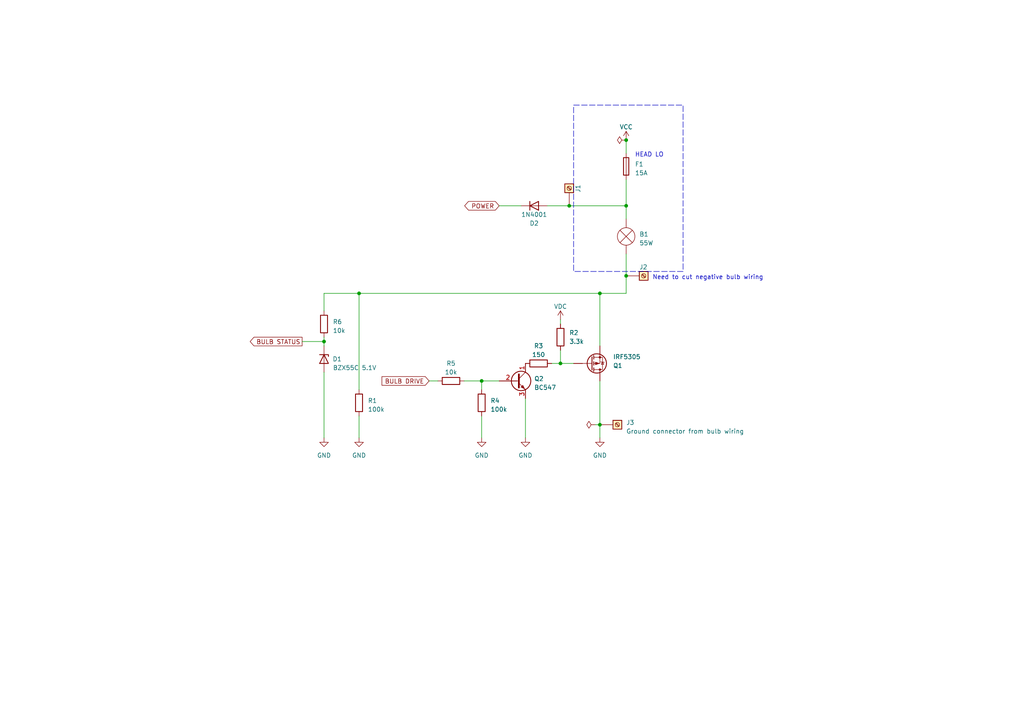
<source format=kicad_sch>
(kicad_sch (version 20230121) (generator eeschema)
  (paper "A4")
  (title_block (title "Power module") (date "2023-03-26"))
  (lib_symbols
    (symbol "Connector:Screw_Terminal_01x01" (pin_numbers hide) (pin_names (offset 1.016) hide)
      (property "Reference" "J" (at 0 2.54 0))
      (property "Value" "Screw_Terminal_01x01" (at 0 -2.54 0))
      (symbol "Screw_Terminal_01x01_1_1"
        (rectangle (start -1.27 1.27) (end 1.27 -1.27) (stroke (width 0.254)) (fill (type background)))
        (polyline (pts (xy -0.5334 0.3302) (xy 0.3302 -0.508)) (stroke (width 0.1524)))
        (polyline (pts (xy -0.3556 0.508) (xy 0.508 -0.3302)) (stroke (width 0.1524)))
        (circle (center 0 0) (radius 0.635) (stroke (width 0.1524)))
        (pin passive line (at -5.08 0 0) (length 3.81) (name "Pin_1") (number "1"))
      )
    )
    (symbol "Device:Fuse" (pin_numbers hide) (pin_names (offset 0))
      (property "Reference" "F" (at 2.032 0 90))
      (property "Value" "Fuse" (at -1.905 0 90))
      (symbol "Fuse_0_1"
        (rectangle (start -0.762 -2.54) (end 0.762 2.54) (stroke (width 0.254)))
        (polyline (pts (xy 0 2.54) (xy 0 -2.54)))
      )
      (symbol "Fuse_1_1"
        (pin passive line (at 0 3.81 270) (length 1.27) (name "~") (number "1"))
        (pin passive line (at 0 -3.81 90) (length 1.27) (name "~") (number "2"))
      )
    )
    (symbol "Device:Lamp" (pin_numbers hide) (pin_names (offset 0.0254) hide)
      (property "Reference" "LA" (at 0.635 3.81 0))
      (property "Value" "Lamp" (at 0.635 -3.81 0))
      (symbol "Lamp_0_1"
        (polyline (pts (xy -1.778 1.778) (xy 1.778 -1.778)))
        (polyline (pts (xy 1.778 1.778) (xy -1.778 -1.778)))
        (circle (center 0 0) (radius 2.54))
      )
      (symbol "Lamp_1_1"
        (pin passive line (at 0 -5.08 90) (length 2.54) (name "-") (number "1"))
        (pin passive line (at 0 5.08 270) (length 2.54) (name "+") (number "2"))
      )
    )
    (symbol "Device:R" (pin_numbers hide) (pin_names (offset 0))
      (property "Reference" "R" (at 2.032 0 90))
      (property "Value" "R" (at 0 0 90))
      (symbol "R_0_1"
        (rectangle (start -1.016 -2.54) (end 1.016 2.54) (stroke (width 0.254)))
      )
      (symbol "R_1_1"
        (pin passive line (at 0 3.81 270) (length 1.27) (name "~") (number "1"))
        (pin passive line (at 0 -3.81 90) (length 1.27) (name "~") (number "2"))
      )
    )
    (symbol "Diode:1N4001" (pin_numbers hide) (pin_names hide)
      (property "Reference" "D" (at 0 2.54 0))
      (property "Value" "1N4001" (at 0 -2.54 0))
      (symbol "1N4001_0_1"
        (polyline (pts (xy -1.27 1.27) (xy -1.27 -1.27)) (stroke (width 0.254)))
        (polyline (pts (xy 1.27 0) (xy -1.27 0)))
        (polyline (pts (xy 1.27 1.27) (xy 1.27 -1.27) (xy -1.27 0) (xy 1.27 1.27)) (stroke (width 0.254)))
      )
      (symbol "1N4001_1_1"
        (pin passive line (at -3.81 0 0) (length 2.54) (name "K") (number "1"))
        (pin passive line (at 3.81 0 180) (length 2.54) (name "A") (number "2"))
      )
    )
    (symbol "Diode:BZX84Cxx" (pin_numbers hide) (pin_names hide)
      (property "Reference" "D" (at 0 3.81 0))
      (property "Value" "BZX84Cxx" (at 0 -3.81 0))
      (symbol "BZX84Cxx_0_1"
        (polyline (pts (xy 1.27 0) (xy -1.27 0)))
        (polyline (pts (xy -1.27 -1.27) (xy -1.27 1.27) (xy -0.762 1.27)) (stroke (width 0.254)))
        (polyline (pts (xy 1.27 -1.27) (xy 1.27 1.27) (xy -1.27 0) (xy 1.27 -1.27)) (stroke (width 0.254)))
      )
      (symbol "BZX84Cxx_1_1"
        (pin passive line (at 3.81 0 180) (length 2.54) (name "A") (number "1"))
        (pin no_connect line (at 1.27 0 180) (length 2.54) hide (name "NC") (number "2"))
        (pin passive line (at -3.81 0 0) (length 2.54) (name "K") (number "3"))
      )
    )
    (symbol "Screw_Terminal_01x01_1" (pin_numbers hide) (pin_names (offset 1.016) hide)
      (property "Reference" "J" (at 0 2.54 0))
      (property "Value" "Screw_Terminal_01x01" (at 0 -2.54 0))
      (symbol "Screw_Terminal_01x01_1_1_1"
        (rectangle (start -1.27 1.27) (end 1.27 -1.27) (stroke (width 0.254)) (fill (type background)))
        (polyline (pts (xy -0.5334 0.3302) (xy 0.3302 -0.508)) (stroke (width 0.1524)))
        (polyline (pts (xy -0.3556 0.508) (xy 0.508 -0.3302)) (stroke (width 0.1524)))
        (circle (center 0 0) (radius 0.635) (stroke (width 0.1524)))
        (pin passive line (at -5.08 0 0) (length 3.81) (name "Pin_1") (number "1"))
      )
    )
    (symbol "Screw_Terminal_01x01_2" (pin_numbers hide) (pin_names (offset 1.016) hide)
      (property "Reference" "J" (at 0 2.54 0))
      (property "Value" "Screw_Terminal_01x01" (at 0 -2.54 0))
      (symbol "Screw_Terminal_01x01_2_1_1"
        (rectangle (start -1.27 1.27) (end 1.27 -1.27) (stroke (width 0.254)) (fill (type background)))
        (polyline (pts (xy -0.5334 0.3302) (xy 0.3302 -0.508)) (stroke (width 0.1524)))
        (polyline (pts (xy -0.3556 0.508) (xy 0.508 -0.3302)) (stroke (width 0.1524)))
        (circle (center 0 0) (radius 0.635) (stroke (width 0.1524)))
        (pin passive line (at -5.08 0 0) (length 3.81) (name "Pin_1") (number "1"))
      )
    )
    (symbol "Transistor_BJT:BC547" (pin_names (offset 0) hide)
      (property "Reference" "Q" (at 5.08 1.905 0))
      (property "Value" "BC547" (at 5.08 0 0))
      (symbol "BC547_0_1"
        (polyline (pts (xy 0 0) (xy 0.635 0)))
        (polyline (pts (xy 0.635 0.635) (xy 2.54 2.54)))
        (polyline (pts (xy 0.635 -0.635) (xy 2.54 -2.54) (xy 2.54 -2.54)))
        (polyline (pts (xy 0.635 1.905) (xy 0.635 -1.905) (xy 0.635 -1.905)) (stroke (width 0.508)))
        (polyline (pts (xy 1.27 -1.778) (xy 1.778 -1.27) (xy 2.286 -2.286) (xy 1.27 -1.778) (xy 1.27 -1.778)) (fill (type outline)))
        (circle (center 1.27 0) (radius 2.8194) (stroke (width 0.254)))
      )
      (symbol "BC547_1_1"
        (pin passive line (at 2.54 5.08 270) (length 2.54) (name "C") (number "1"))
        (pin input line (at -5.08 0 0) (length 5.08) (name "B") (number "2"))
        (pin passive line (at 2.54 -5.08 90) (length 2.54) (name "E") (number "3"))
      )
    )
    (symbol "Transistor_FET:IRF4905" (pin_numbers hide) (pin_names hide)
      (property "Reference" "Q" (at 5.08 1.905 0))
      (property "Value" "IRF4905" (at 5.08 0 0))
      (symbol "IRF4905_0_1"
        (polyline (pts (xy 0.254 0) (xy -2.54 0)))
        (polyline (pts (xy 0.254 1.905) (xy 0.254 -1.905)) (stroke (width 0.254)))
        (polyline (pts (xy 0.762 -1.27) (xy 0.762 -2.286)) (stroke (width 0.254)))
        (polyline (pts (xy 0.762 0.508) (xy 0.762 -0.508)) (stroke (width 0.254)))
        (polyline (pts (xy 0.762 2.286) (xy 0.762 1.27)) (stroke (width 0.254)))
        (polyline (pts (xy 2.54 2.54) (xy 2.54 1.778)))
        (polyline (pts (xy 2.54 -2.54) (xy 2.54 0) (xy 0.762 0)))
        (polyline (pts (xy 0.762 1.778) (xy 3.302 1.778) (xy 3.302 -1.778) (xy 0.762 -1.778)))
        (polyline (pts (xy 2.286 0) (xy 1.27 0.381) (xy 1.27 -0.381) (xy 2.286 0)) (fill (type outline)))
        (polyline (pts (xy 2.794 -0.508) (xy 2.921 -0.381) (xy 3.683 -0.381) (xy 3.81 -0.254)))
        (polyline (pts (xy 3.302 -0.381) (xy 2.921 0.254) (xy 3.683 0.254) (xy 3.302 -0.381)))
        (circle (center 1.651 0) (radius 2.794) (stroke (width 0.254)))
        (circle (center 2.54 -1.778) (radius 0.254) (fill (type outline)))
        (circle (center 2.54 1.778) (radius 0.254) (fill (type outline)))
      )
      (symbol "IRF4905_1_1"
        (pin input line (at -5.08 0 0) (length 2.54) (name "G") (number "1"))
        (pin passive line (at 2.54 5.08 270) (length 2.54) (name "D") (number "2"))
        (pin passive line (at 2.54 -5.08 90) (length 2.54) (name "S") (number "3"))
      )
    )
    (symbol "power:GND" (power) (pin_names (offset 0))
      (property "Value" "GND" (at 0 -3.81 0))
      (symbol "GND_0_1"
        (polyline (pts (xy 0 0) (xy 0 -1.27) (xy 1.27 -1.27) (xy 0 -2.54) (xy -1.27 -1.27) (xy 0 -1.27)))
      )
      (symbol "GND_1_1"
        (pin power_in line (at 0 0 270) (length 0) hide (name "GND") (number "1"))
      )
    )
    (symbol "power:PWR_FLAG" (power) (pin_numbers hide) (pin_names (offset 0) hide)
      (property "Value" "PWR_FLAG" (at 0 3.81 0))
      (symbol "PWR_FLAG_0_0"
        (pin power_out line (at 0 0 90) (length 0) (name "pwr") (number "1"))
      )
      (symbol "PWR_FLAG_0_1"
        (polyline (pts (xy 0 0) (xy 0 1.27) (xy -1.016 1.905) (xy 0 2.54) (xy 1.016 1.905) (xy 0 1.27)))
      )
    )
    (symbol "power:VCC" (power) (pin_names (offset 0))
      (property "Value" "VCC" (at 0 3.81 0))
      (symbol "VCC_0_1"
        (polyline (pts (xy -0.762 1.27) (xy 0 2.54)))
        (polyline (pts (xy 0 0) (xy 0 2.54)))
        (polyline (pts (xy 0 2.54) (xy 0.762 1.27)))
      )
      (symbol "VCC_1_1"
        (pin power_in line (at 0 0 90) (length 0) hide (name "VCC") (number "1"))
      )
    )
    (symbol "power:VDC" (power) (pin_names (offset 0))
      (property "Value" "VDC" (at 0 6.35 0))
      (symbol "VDC_0_1"
        (polyline (pts (xy -0.762 1.27) (xy 0 2.54)))
        (polyline (pts (xy 0 0) (xy 0 2.54)))
        (polyline (pts (xy 0 2.54) (xy 0.762 1.27)))
      )
      (symbol "VDC_1_1"
        (pin power_in line (at 0 0 90) (length 0) hide (name "VDC") (number "1"))
      )
    )
  )
  (junction (at 181.61 59.69))
  (junction (at 165.1 59.69))
  (junction (at 173.99 123.19))
  (junction (at 181.61 40.64))
  (junction (at 93.98 99.06))
  (junction (at 104.14 85.09))
  (junction (at 162.56 105.41))
  (junction (at 181.61 80.01))
  (junction (at 139.7 110.49))
  (junction (at 173.99 85.09))
  (wire (pts (xy 104.14 113.03) (xy 104.14 85.09)))
  (wire (pts (xy 93.98 85.09) (xy 104.14 85.09)))
  (wire (pts (xy 172.72 123.19) (xy 173.99 123.19)))
  (wire (pts (xy 93.98 97.79) (xy 93.98 99.06)))
  (wire (pts (xy 162.56 101.6) (xy 162.56 105.41)))
  (wire (pts (xy 162.56 105.41) (xy 166.37 105.41)))
  (wire (pts (xy 162.56 93.98) (xy 162.56 92.71)))
  (wire (pts (xy 104.14 120.65) (xy 104.14 127)))
  (wire (pts (xy 144.78 59.69) (xy 151.13 59.69)))
  (wire (pts (xy 181.61 52.07) (xy 181.61 59.69)))
  (wire (pts (xy 162.56 105.41) (xy 160.02 105.41)))
  (wire (pts (xy 124.46 110.49) (xy 127 110.49)))
  (wire (pts (xy 93.98 85.09) (xy 93.98 90.17)))
  (wire (pts (xy 181.61 85.09) (xy 173.99 85.09)))
  (wire (pts (xy 181.61 73.66) (xy 181.61 80.01)))
  (wire (pts (xy 152.4 115.57) (xy 152.4 127)))
  (wire (pts (xy 181.61 63.5) (xy 181.61 59.69)))
  (wire (pts (xy 87.63 99.06) (xy 93.98 99.06)))
  (wire (pts (xy 173.99 123.19) (xy 173.99 127)))
  (wire (pts (xy 139.7 110.49) (xy 144.78 110.49)))
  (wire (pts (xy 158.75 59.69) (xy 165.1 59.69)))
  (wire (pts (xy 165.1 59.69) (xy 181.61 59.69)))
  (wire (pts (xy 104.14 85.09) (xy 173.99 85.09)))
  (wire (pts (xy 139.7 120.65) (xy 139.7 127)))
  (wire (pts (xy 181.61 80.01) (xy 181.61 85.09)))
  (wire (pts (xy 173.99 85.09) (xy 173.99 100.33)))
  (wire (pts (xy 181.61 40.64) (xy 181.61 44.45)))
  (wire (pts (xy 139.7 110.49) (xy 139.7 113.03)))
  (wire (pts (xy 93.98 99.06) (xy 93.98 100.33)))
  (wire (pts (xy 93.98 107.95) (xy 93.98 127)))
  (wire (pts (xy 173.99 110.49) (xy 173.99 123.19)))
  (wire (pts (xy 134.62 110.49) (xy 139.7 110.49)))
  (rectangle (start 166.37 30.48) (end 198.12 78.74) (stroke (width 0) (type dash)))
  (text "Need to cut negative bulb wiring" (at 189.23 81.28 0) (effects (font (size 1.27 1.27)) (justify left bottom)))
  (text "HEAD LO" (at 184.15 45.72 0) (effects (font (size 1.27 1.27)) (justify left bottom)))
  (global_label "POWER" (shape bidirectional) (at 144.78 59.69 180) (property "Intersheetrefs" "${INTERSHEET_REFS}" (effects hide)))
  (global_label "BULB DRIVE" (shape input) (at 124.46 110.49 180) (property "Intersheetrefs" "${INTERSHEET_REFS}" (effects hide)))
  (global_label "BULB STATUS" (shape output) (at 87.63 99.06 180) (property "Intersheetrefs" "${INTERSHEET_REFS}" (effects hide)))
  (symbol (lib_id "Connector:Screw_Terminal_01x01") (at 165.1 54.61 270) (mirror x) (unit 1)
    (property "Reference" "J1" (at 167.64 55.88 0) (effects (justify left)))
    (property "Value" "Screw_Terminal_01x01" (effects hide))
    (instances (project "led_drive" (path "" (reference "J1") (unit 1)) (path "" (reference "J3") (unit 1))))
  )
  (symbol (lib_id "Device:R") (at 104.14 116.84 0) (unit 1)
    (property "Reference" "R1" (at 106.68 116.205 0) (effects (justify left)))
    (property "Value" "100k" (at 106.68 118.745 0) (effects (justify left)))
    (property "Sim.Device" "R" (effects hide))
    (property "Sim.Pins" "1=+ 2=-" (effects hide))
    (instances (project "led_drive" (path "" (reference "R1") (unit 1)) (path "" (reference "R102") (unit 1))))
  )
  (symbol (lib_id "Device:R") (at 156.21 105.41 90) (unit 1)
    (property "Reference" "R3" (at 156.21 100.33 90))
    (property "Value" "150" (at 156.21 102.87 90))
    (property "Sim.Device" "R" (effects hide))
    (property "Sim.Pins" "1=+ 2=-" (effects hide))
    (instances (project "led_drive" (path "" (reference "R3") (unit 1)) (path "" (reference "R105") (unit 1))))
  )
  (symbol (lib_id "power:GND") (at 93.98 127 0) (unit 1)
    (property "Reference" "#PWR02" (effects hide))
    (property "Value" "GND" (at 93.98 132.08 0))
  )
  (symbol (lib_id "Device:R") (at 93.98 93.98 0) (unit 1)
    (property "Reference" "R6" (at 96.52 93.345 0) (effects (justify left)))
    (property "Value" "10k" (at 96.52 95.885 0) (effects (justify left)))
    (property "Sim.Device" "R" (effects hide))
    (property "Sim.Pins" "1=+ 2=-" (effects hide))
    (instances (project "led_drive" (path "" (reference "R6") (unit 1)) (path "" (reference "R101") (unit 1))))
  )
  (symbol (lib_id "power:VDC") (at 162.56 92.71 0) (unit 1)
    (property "Reference" "#PWR01" (effects hide))
    (property "Value" "+12V" (at 162.56 88.9 0))
    (property "Sim.Device" "V" (effects hide))
    (property "Sim.Type" "DC" (effects hide))
    (property "Sim.Pins" "1=+" (effects hide))
    (property "Sim.Params" "dc=12" (effects hide))
    (instances (project "led_drive" (path "" (reference "#PWR01") (unit 1)) (path "" (reference "#PWR07") (unit 1))))
  )
  (symbol (lib_id "power:GND") (at 152.4 127 0) (unit 1)
    (property "Reference" "#PWR05" (effects hide))
    (property "Value" "GND" (at 152.4 132.08 0))
  )
  (symbol (lib_id "Device:R") (at 139.7 116.84 0) (unit 1)
    (property "Reference" "R4" (at 142.24 116.205 0) (effects (justify left)))
    (property "Value" "100k" (at 142.24 118.745 0) (effects (justify left)))
    (property "Sim.Device" "R" (effects hide))
    (property "Sim.Pins" "1=+ 2=-" (effects hide))
    (instances (project "led_drive" (path "" (reference "R4") (unit 1)) (path "" (reference "R104") (unit 1))))
  )
  (symbol (lib_id "Device:R") (at 130.81 110.49 90) (unit 1)
    (property "Reference" "R5" (at 130.81 105.41 90))
    (property "Value" "10k" (at 130.81 107.95 90))
    (property "Sim.Device" "R" (effects hide))
    (property "Sim.Pins" "1=+ 2=-" (effects hide))
    (instances (project "led_drive" (path "" (reference "R5") (unit 1)) (path "" (reference "R103") (unit 1))))
  )
  (symbol (lib_name "Screw_Terminal_01x01_1") (lib_id "Connector:Screw_Terminal_01x01") (at 179.07 123.19 0) (unit 1)
    (property "Reference" "J3" (at 181.61 122.555 0) (effects (justify left)))
    (property "Value" "Ground connector from bulb wiring" (at 181.61 125.095 0) (effects (justify left)))
    (instances (project "led_drive" (path "" (reference "J3") (unit 1)) (path "" (reference "J2") (unit 1))))
  )
  (symbol (lib_id "power:PWR_FLAG") (at 181.61 40.64 90) (unit 1)
    (property "Reference" "#FLG01" (effects hide))
    (property "Value" "PWR_FLAG" (effects hide))
    (property "Sim.Device" "V" (effects hide))
    (property "Sim.Type" "DC" (effects hide))
    (property "Sim.Pins" "1=+" (effects hide))
    (property "Sim.Params" "dc=12" (effects hide))
    (instances (project "led_drive" (path "" (reference "#FLG01") (unit 1)) (path "" (reference "#FLG04") (unit 1))))
  )
  (symbol (lib_id "power:GND") (at 104.14 127 0) (unit 1)
    (property "Reference" "#PWR03" (effects hide))
    (property "Value" "GND" (at 104.14 132.08 0))
  )
  (symbol (lib_id "Device:R") (at 162.56 97.79 0) (unit 1)
    (property "Reference" "R2" (at 165.1 96.52 0) (effects (justify left)))
    (property "Value" "3.3k" (at 165.1 99.06 0) (effects (justify left)))
    (property "Sim.Device" "R" (effects hide))
    (property "Sim.Pins" "1=+ 2=-" (effects hide))
    (instances (project "led_drive" (path "" (reference "R2") (unit 1)) (path "" (reference "R106") (unit 1))))
  )
  (symbol (lib_id "Diode:BZX84Cxx") (at 93.98 104.14 270) (unit 1)
    (property "Reference" "D1" (at 97.79 104.14 90))
    (property "Value" "BZX55C 5.1V" (at 102.87 106.68 90))
    (property "Footprint" "Diode_THT:D_DO-35_SOD27_P7.62mm_Horizontal" (effects hide))
    (instances (project "led_drive" (path "" (reference "D1") (unit 1)) (path "" (reference "D101") (unit 1))))
  )
  (symbol (lib_id "power:GND") (at 139.7 127 0) (unit 1)
    (property "Reference" "#PWR04" (effects hide))
    (property "Value" "GND" (at 139.7 132.08 0))
  )
  (symbol (lib_id "power:PWR_FLAG") (at 172.72 123.19 90) (unit 1)
    (property "Reference" "#FLG01" (effects hide))
    (property "Value" "PWR_FLAG" (effects hide))
    (property "Sim.Device" "V" (effects hide))
    (property "Sim.Type" "DC" (effects hide))
    (property "Sim.Pins" "1=+" (effects hide))
    (property "Sim.Params" "dc=0" (effects hide))
    (instances (project "led_drive" (path "" (reference "#FLG01") (unit 1)) (path "" (reference "#FLG02") (unit 1))))
  )
  (symbol (lib_id "Transistor_BJT:BC547") (at 149.86 110.49 0) (unit 1)
    (property "Reference" "Q2" (at 154.94 109.855 0) (effects (justify left)))
    (property "Value" "BC547" (at 154.94 112.395 0) (effects (justify left)))
    (property "Footprint" "Package_TO_SOT_THT:TO-92_Inline" (effects hide))
    (property "Datasheet" "https://www.onsemi.com/pub/Collateral/BC550-D.pdf" (effects hide))
    (property "Sim.Library" "E:\\Home\\Boguslaw\\Downloads\\BC547.txt" (effects hide))
    (property "Sim.Name" "BC547" (effects hide))
    (property "Sim.Device" "NPN" (effects hide))
    (property "Sim.Type" "GUMMELPOON" (effects hide))
    (property "Sim.Pins" "1=C 2=B 3=E" (effects hide))
    (property "Sim.Params" "is=14340a bf=400 vaf=74.03 ikf=0.2847 ise=14340a ne=1.307 br=6.092 ikr=0 isc=0 nc=2 rb=10 rc=1 cje=22.01p vje=0.75 mje=0.377 tf=411.1p xtf=3 vtf=1.7 itf=0.6 cjc=7.306p vjc=0.75 mjc=0.3416 tr=46.91n xtb=1.5 eg=1.11 xti=3 fc=0.5" (effects hide))
    (instances (project "led_drive" (path "" (reference "Q2") (unit 1)) (path "" (reference "Q1") (unit 1))))
  )
  (symbol (lib_id "power:GND") (at 173.99 127 0) (unit 1)
    (property "Reference" "#PWR06" (effects hide))
    (property "Value" "GND" (at 173.99 132.08 0))
  )
  (symbol (lib_name "Screw_Terminal_01x01_2") (lib_id "Connector:Screw_Terminal_01x01") (at 186.69 80.01 0) (unit 1)
    (property "Reference" "J2" (at 185.42 77.47 0) (effects (justify left)))
    (property "Value" "Screw_Terminal_01x01" (effects hide))
    (instances (project "led_drive" (path "" (reference "J2") (unit 1)) (path "" (reference "J1") (unit 1))))
  )
  (symbol (lib_id "Device:Fuse") (at 181.61 48.26 0) (unit 1) (in_bom no) (on_board no)
    (property "Reference" "F1" (at 184.15 47.625 0) (effects (justify left)))
    (property "Value" "15A" (at 184.15 50.165 0) (effects (justify left)))
    (instances (project "led_drive" (path "" (reference "F1") (unit 1)) (path "" (reference "F2") (unit 1))))
  )
  (symbol (lib_id "Diode:1N4001") (at 154.94 59.69 0) (mirror x) (unit 1)
    (property "Reference" "D2" (at 154.94 64.77 0))
    (property "Value" "1N4001" (at 154.94 62.23 0))
    (property "Footprint" "Diode_THT:D_DO-41_SOD81_P10.16mm_Horizontal" (effects hide))
    (property "Datasheet" "http://www.vishay.com/docs/88503/1n4001.pdf" (effects hide))
    (property "Sim.Device" "D" (effects hide))
    (property "Sim.Pins" "1=K 2=A" (effects hide))
    (instances (project "led_drive" (path "" (reference "D2") (unit 1)) (path "" (reference "D102") (unit 1))))
  )
  (symbol (lib_id "Transistor_FET:IRF4905") (at 171.45 105.41 0) (mirror x) (unit 1)
    (property "Reference" "Q1" (at 177.8 106.045 0) (effects (justify left)))
    (property "Value" "IRF5305" (at 177.8 103.505 0) (effects (justify left)))
    (property "Footprint" "Package_TO_SOT_THT:TO-220-3_Vertical" (effects hide))
    (property "Sim.Library" "E:\\Home\\Boguslaw\\Downloads\\irf5305.spi" (effects hide))
    (property "Sim.Name" "irf5305" (effects hide))
    (property "Sim.Device" "SUBCKT" (effects hide))
    (property "Sim.Pins" "1=2 2=1 3=3" (effects hide))
    (instances (project "led_drive" (path "" (reference "Q1") (unit 1)) (path "" (reference "Q2") (unit 1))))
  )
  (symbol (lib_id "power:VCC") (at 181.61 40.64 0) (unit 1)
    (property "Reference" "#PWR028" (effects hide))
    (property "Value" "VCC" (at 181.61 36.83 0))
    (instances (project "led_drive" (path "" (reference "#PWR028") (unit 1)) (path "" (reference "#PWR029") (unit 1))))
  )
  (symbol (lib_id "Device:Lamp") (at 181.61 68.58 0) (unit 1) (in_bom no) (on_board no)
    (property "Reference" "B1" (at 185.42 67.945 0) (effects (justify left)))
    (property "Value" "55W" (at 185.42 70.485 0) (effects (justify left)))
  )
)
</source>
